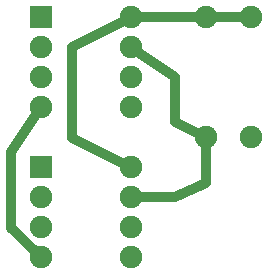
<source format=gtl>
G04 MADE WITH FRITZING*
G04 WWW.FRITZING.ORG*
G04 DOUBLE SIDED*
G04 HOLES PLATED*
G04 CONTOUR ON CENTER OF CONTOUR VECTOR*
%ASAXBY*%
%FSLAX23Y23*%
%MOIN*%
%OFA0B0*%
%SFA1.0B1.0*%
%ADD10C,0.075000*%
%ADD11R,0.075000X0.075000*%
%ADD12C,0.032000*%
%LNCOPPER1*%
G90*
G70*
G54D10*
X184Y470D03*
X484Y470D03*
X184Y370D03*
X484Y370D03*
X184Y270D03*
X484Y270D03*
X184Y170D03*
X484Y170D03*
X184Y970D03*
X484Y970D03*
X184Y870D03*
X484Y870D03*
X184Y770D03*
X484Y770D03*
X184Y670D03*
X484Y670D03*
X734Y970D03*
X734Y570D03*
X884Y970D03*
X884Y570D03*
G54D11*
X184Y470D03*
X184Y970D03*
G54D12*
X85Y521D02*
X165Y641D01*
D02*
X85Y268D02*
X85Y521D01*
D02*
X160Y194D02*
X85Y268D01*
D02*
X286Y568D02*
X286Y871D01*
D02*
X286Y871D02*
X454Y954D01*
D02*
X454Y485D02*
X286Y568D01*
D02*
X632Y619D02*
X703Y585D01*
D02*
X632Y769D02*
X632Y619D01*
D02*
X512Y850D02*
X632Y769D01*
D02*
X734Y535D02*
X735Y418D01*
D02*
X632Y371D02*
X518Y370D01*
D02*
X735Y418D02*
X632Y371D01*
D02*
X768Y970D02*
X850Y970D01*
D02*
X518Y970D02*
X700Y970D01*
G04 End of Copper1*
M02*
</source>
